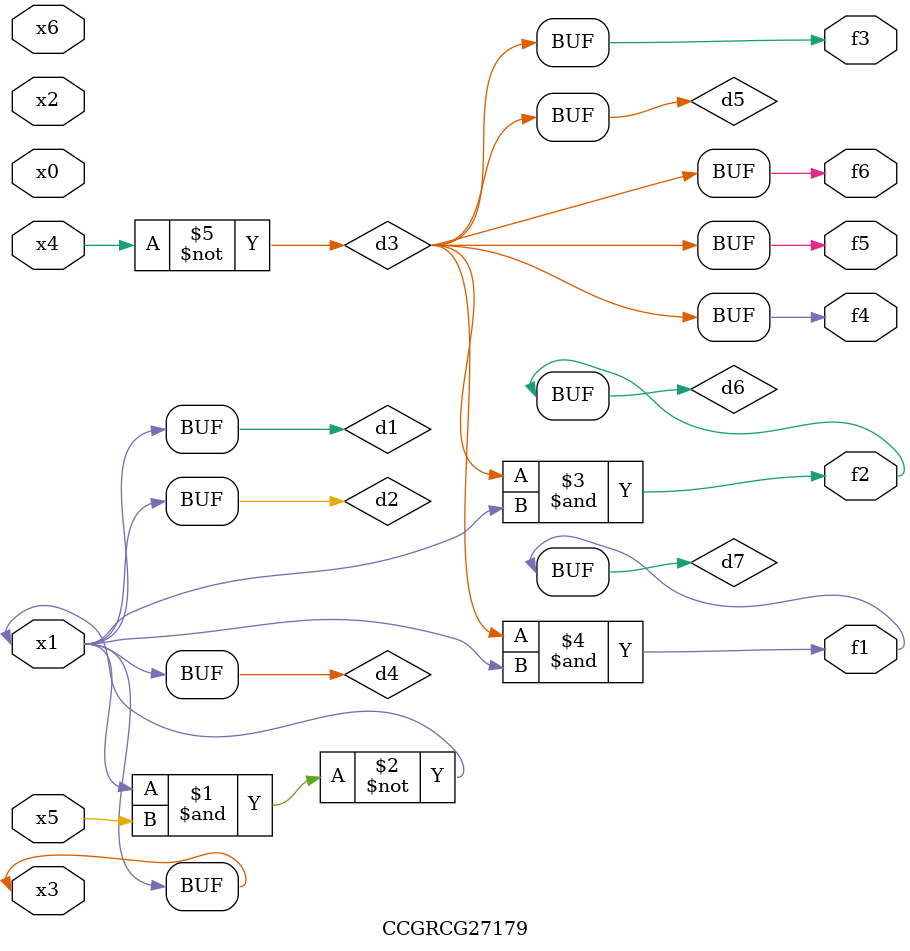
<source format=v>
module CCGRCG27179(
	input x0, x1, x2, x3, x4, x5, x6,
	output f1, f2, f3, f4, f5, f6
);

	wire d1, d2, d3, d4, d5, d6, d7;

	buf (d1, x1, x3);
	nand (d2, x1, x5);
	not (d3, x4);
	buf (d4, d1, d2);
	buf (d5, d3);
	and (d6, d3, d4);
	and (d7, d3, d4);
	assign f1 = d7;
	assign f2 = d6;
	assign f3 = d5;
	assign f4 = d5;
	assign f5 = d5;
	assign f6 = d5;
endmodule

</source>
